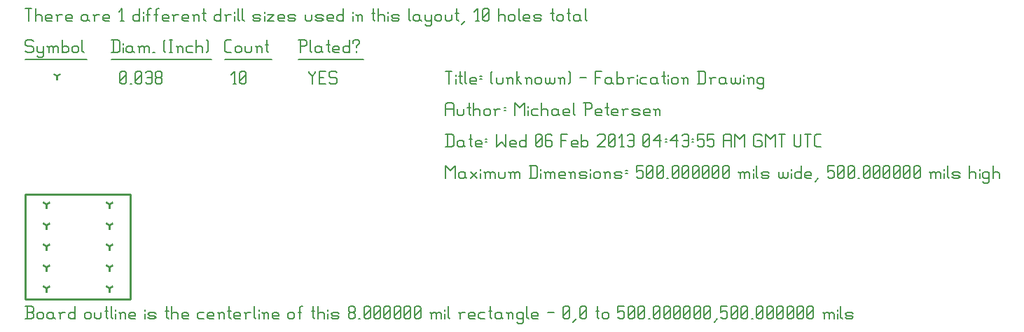
<source format=gbr>
G04 start of page 11 for group -3984 idx -3984 *
G04 Title: (unknown), fab *
G04 Creator: pcb 20110918 *
G04 CreationDate: Wed 06 Feb 2013 04:43:55 AM GMT UTC *
G04 For: petersen *
G04 Format: Gerber/RS-274X *
G04 PCB-Dimensions: 50000 50000 *
G04 PCB-Coordinate-Origin: lower left *
%MOIN*%
%FSLAX25Y25*%
%LNFAB*%
%ADD34C,0.0100*%
%ADD33C,0.0060*%
%ADD32C,0.0001*%
%ADD31R,0.0080X0.0080*%
G54D31*X10000Y35000D02*Y33400D01*
G54D32*G36*
X9454Y35147D02*X11533Y36346D01*
X11933Y35653D01*
X9853Y34454D01*
X9454Y35147D01*
G37*
G36*
X10147Y34454D02*X8067Y35653D01*
X8467Y36346D01*
X10546Y35147D01*
X10147Y34454D01*
G37*
G54D31*X10000Y25000D02*Y23400D01*
G54D32*G36*
X9454Y25147D02*X11533Y26346D01*
X11933Y25653D01*
X9853Y24454D01*
X9454Y25147D01*
G37*
G36*
X10147Y24454D02*X8067Y25653D01*
X8467Y26346D01*
X10546Y25147D01*
X10147Y24454D01*
G37*
G54D31*X10000Y15000D02*Y13400D01*
G54D32*G36*
X9454Y15147D02*X11533Y16346D01*
X11933Y15653D01*
X9853Y14454D01*
X9454Y15147D01*
G37*
G36*
X10147Y14454D02*X8067Y15653D01*
X8467Y16346D01*
X10546Y15147D01*
X10147Y14454D01*
G37*
G54D31*X10000Y5000D02*Y3400D01*
G54D32*G36*
X9454Y5147D02*X11533Y6346D01*
X11933Y5653D01*
X9853Y4454D01*
X9454Y5147D01*
G37*
G36*
X10147Y4454D02*X8067Y5653D01*
X8467Y6346D01*
X10546Y5147D01*
X10147Y4454D01*
G37*
G54D31*X10000Y45000D02*Y43400D01*
G54D32*G36*
X9454Y45147D02*X11533Y46346D01*
X11933Y45653D01*
X9853Y44454D01*
X9454Y45147D01*
G37*
G36*
X10147Y44454D02*X8067Y45653D01*
X8467Y46346D01*
X10546Y45147D01*
X10147Y44454D01*
G37*
G54D31*X40000Y45000D02*Y43400D01*
G54D32*G36*
X39454Y45147D02*X41533Y46346D01*
X41933Y45653D01*
X39853Y44454D01*
X39454Y45147D01*
G37*
G36*
X40147Y44454D02*X38067Y45653D01*
X38467Y46346D01*
X40546Y45147D01*
X40147Y44454D01*
G37*
G54D31*X40000Y35000D02*Y33400D01*
G54D32*G36*
X39454Y35147D02*X41533Y36346D01*
X41933Y35653D01*
X39853Y34454D01*
X39454Y35147D01*
G37*
G36*
X40147Y34454D02*X38067Y35653D01*
X38467Y36346D01*
X40546Y35147D01*
X40147Y34454D01*
G37*
G54D31*X40000Y25000D02*Y23400D01*
G54D32*G36*
X39454Y25147D02*X41533Y26346D01*
X41933Y25653D01*
X39853Y24454D01*
X39454Y25147D01*
G37*
G36*
X40147Y24454D02*X38067Y25653D01*
X38467Y26346D01*
X40546Y25147D01*
X40147Y24454D01*
G37*
G54D31*X40000Y15000D02*Y13400D01*
G54D32*G36*
X39454Y15147D02*X41533Y16346D01*
X41933Y15653D01*
X39853Y14454D01*
X39454Y15147D01*
G37*
G36*
X40147Y14454D02*X38067Y15653D01*
X38467Y16346D01*
X40546Y15147D01*
X40147Y14454D01*
G37*
G54D31*X40000Y5000D02*Y3400D01*
G54D32*G36*
X39454Y5147D02*X41533Y6346D01*
X41933Y5653D01*
X39853Y4454D01*
X39454Y5147D01*
G37*
G36*
X40147Y4454D02*X38067Y5653D01*
X38467Y6346D01*
X40546Y5147D01*
X40147Y4454D01*
G37*
G54D31*X15000Y106250D02*Y104650D01*
G54D32*G36*
X14454Y106397D02*X16533Y107596D01*
X16933Y106903D01*
X14853Y105704D01*
X14454Y106397D01*
G37*
G36*
X15147Y105704D02*X13067Y106903D01*
X13467Y107596D01*
X15546Y106397D01*
X15147Y105704D01*
G37*
G54D33*X135000Y108500D02*Y107750D01*
X136500Y106250D01*
X138000Y107750D01*
Y108500D02*Y107750D01*
X136500Y106250D02*Y102500D01*
X139800Y105500D02*X142050D01*
X139800Y102500D02*X142800D01*
X139800Y108500D02*Y102500D01*
Y108500D02*X142800D01*
X147600D02*X148350Y107750D01*
X145350Y108500D02*X147600D01*
X144600Y107750D02*X145350Y108500D01*
X144600Y107750D02*Y106250D01*
X145350Y105500D01*
X147600D01*
X148350Y104750D01*
Y103250D01*
X147600Y102500D02*X148350Y103250D01*
X145350Y102500D02*X147600D01*
X144600Y103250D02*X145350Y102500D01*
X98750D02*X100250D01*
X99500Y108500D02*Y102500D01*
X98000Y107000D02*X99500Y108500D01*
X102050Y103250D02*X102800Y102500D01*
X102050Y107750D02*Y103250D01*
Y107750D02*X102800Y108500D01*
X104300D01*
X105050Y107750D01*
Y103250D01*
X104300Y102500D02*X105050Y103250D01*
X102800Y102500D02*X104300D01*
X102050Y104000D02*X105050Y107000D01*
X45000Y103250D02*X45750Y102500D01*
X45000Y107750D02*Y103250D01*
Y107750D02*X45750Y108500D01*
X47250D01*
X48000Y107750D01*
Y103250D01*
X47250Y102500D02*X48000Y103250D01*
X45750Y102500D02*X47250D01*
X45000Y104000D02*X48000Y107000D01*
X49800Y102500D02*X50550D01*
X52350Y103250D02*X53100Y102500D01*
X52350Y107750D02*Y103250D01*
Y107750D02*X53100Y108500D01*
X54600D01*
X55350Y107750D01*
Y103250D01*
X54600Y102500D02*X55350Y103250D01*
X53100Y102500D02*X54600D01*
X52350Y104000D02*X55350Y107000D01*
X57150Y107750D02*X57900Y108500D01*
X59400D01*
X60150Y107750D01*
Y103250D01*
X59400Y102500D02*X60150Y103250D01*
X57900Y102500D02*X59400D01*
X57150Y103250D02*X57900Y102500D01*
Y105500D02*X60150D01*
X61950Y103250D02*X62700Y102500D01*
X61950Y104750D02*Y103250D01*
Y104750D02*X62700Y105500D01*
X64200D01*
X64950Y104750D01*
Y103250D01*
X64200Y102500D02*X64950Y103250D01*
X62700Y102500D02*X64200D01*
X61950Y106250D02*X62700Y105500D01*
X61950Y107750D02*Y106250D01*
Y107750D02*X62700Y108500D01*
X64200D01*
X64950Y107750D01*
Y106250D01*
X64200Y105500D02*X64950Y106250D01*
X3000Y123500D02*X3750Y122750D01*
X750Y123500D02*X3000D01*
X0Y122750D02*X750Y123500D01*
X0Y122750D02*Y121250D01*
X750Y120500D01*
X3000D01*
X3750Y119750D01*
Y118250D01*
X3000Y117500D02*X3750Y118250D01*
X750Y117500D02*X3000D01*
X0Y118250D02*X750Y117500D01*
X5550Y120500D02*Y118250D01*
X6300Y117500D01*
X8550Y120500D02*Y116000D01*
X7800Y115250D02*X8550Y116000D01*
X6300Y115250D02*X7800D01*
X5550Y116000D02*X6300Y115250D01*
Y117500D02*X7800D01*
X8550Y118250D01*
X11100Y119750D02*Y117500D01*
Y119750D02*X11850Y120500D01*
X12600D01*
X13350Y119750D01*
Y117500D01*
Y119750D02*X14100Y120500D01*
X14850D01*
X15600Y119750D01*
Y117500D01*
X10350Y120500D02*X11100Y119750D01*
X17400Y123500D02*Y117500D01*
Y118250D02*X18150Y117500D01*
X19650D01*
X20400Y118250D01*
Y119750D02*Y118250D01*
X19650Y120500D02*X20400Y119750D01*
X18150Y120500D02*X19650D01*
X17400Y119750D02*X18150Y120500D01*
X22200Y119750D02*Y118250D01*
Y119750D02*X22950Y120500D01*
X24450D01*
X25200Y119750D01*
Y118250D01*
X24450Y117500D02*X25200Y118250D01*
X22950Y117500D02*X24450D01*
X22200Y118250D02*X22950Y117500D01*
X27000Y123500D02*Y118250D01*
X27750Y117500D01*
X0Y114250D02*X29250D01*
X41750Y123500D02*Y117500D01*
X44000Y123500D02*X44750Y122750D01*
Y118250D01*
X44000Y117500D02*X44750Y118250D01*
X41000Y117500D02*X44000D01*
X41000Y123500D02*X44000D01*
X46550Y122000D02*Y121250D01*
Y119750D02*Y117500D01*
X50300Y120500D02*X51050Y119750D01*
X48800Y120500D02*X50300D01*
X48050Y119750D02*X48800Y120500D01*
X48050Y119750D02*Y118250D01*
X48800Y117500D01*
X51050Y120500D02*Y118250D01*
X51800Y117500D01*
X48800D02*X50300D01*
X51050Y118250D01*
X54350Y119750D02*Y117500D01*
Y119750D02*X55100Y120500D01*
X55850D01*
X56600Y119750D01*
Y117500D01*
Y119750D02*X57350Y120500D01*
X58100D01*
X58850Y119750D01*
Y117500D01*
X53600Y120500D02*X54350Y119750D01*
X60650Y117500D02*X61400D01*
X65900Y118250D02*X66650Y117500D01*
X65900Y122750D02*X66650Y123500D01*
X65900Y122750D02*Y118250D01*
X68450Y123500D02*X69950D01*
X69200D02*Y117500D01*
X68450D02*X69950D01*
X72500Y119750D02*Y117500D01*
Y119750D02*X73250Y120500D01*
X74000D01*
X74750Y119750D01*
Y117500D01*
X71750Y120500D02*X72500Y119750D01*
X77300Y120500D02*X79550D01*
X76550Y119750D02*X77300Y120500D01*
X76550Y119750D02*Y118250D01*
X77300Y117500D01*
X79550D01*
X81350Y123500D02*Y117500D01*
Y119750D02*X82100Y120500D01*
X83600D01*
X84350Y119750D01*
Y117500D01*
X86150Y123500D02*X86900Y122750D01*
Y118250D01*
X86150Y117500D02*X86900Y118250D01*
X41000Y114250D02*X88700D01*
X95750Y117500D02*X98000D01*
X95000Y118250D02*X95750Y117500D01*
X95000Y122750D02*Y118250D01*
Y122750D02*X95750Y123500D01*
X98000D01*
X99800Y119750D02*Y118250D01*
Y119750D02*X100550Y120500D01*
X102050D01*
X102800Y119750D01*
Y118250D01*
X102050Y117500D02*X102800Y118250D01*
X100550Y117500D02*X102050D01*
X99800Y118250D02*X100550Y117500D01*
X104600Y120500D02*Y118250D01*
X105350Y117500D01*
X106850D01*
X107600Y118250D01*
Y120500D02*Y118250D01*
X110150Y119750D02*Y117500D01*
Y119750D02*X110900Y120500D01*
X111650D01*
X112400Y119750D01*
Y117500D01*
X109400Y120500D02*X110150Y119750D01*
X114950Y123500D02*Y118250D01*
X115700Y117500D01*
X114200Y121250D02*X115700D01*
X95000Y114250D02*X117200D01*
X130750Y123500D02*Y117500D01*
X130000Y123500D02*X133000D01*
X133750Y122750D01*
Y121250D01*
X133000Y120500D02*X133750Y121250D01*
X130750Y120500D02*X133000D01*
X135550Y123500D02*Y118250D01*
X136300Y117500D01*
X140050Y120500D02*X140800Y119750D01*
X138550Y120500D02*X140050D01*
X137800Y119750D02*X138550Y120500D01*
X137800Y119750D02*Y118250D01*
X138550Y117500D01*
X140800Y120500D02*Y118250D01*
X141550Y117500D01*
X138550D02*X140050D01*
X140800Y118250D01*
X144100Y123500D02*Y118250D01*
X144850Y117500D01*
X143350Y121250D02*X144850D01*
X147100Y117500D02*X149350D01*
X146350Y118250D02*X147100Y117500D01*
X146350Y119750D02*Y118250D01*
Y119750D02*X147100Y120500D01*
X148600D01*
X149350Y119750D01*
X146350Y119000D02*X149350D01*
Y119750D02*Y119000D01*
X154150Y123500D02*Y117500D01*
X153400D02*X154150Y118250D01*
X151900Y117500D02*X153400D01*
X151150Y118250D02*X151900Y117500D01*
X151150Y119750D02*Y118250D01*
Y119750D02*X151900Y120500D01*
X153400D01*
X154150Y119750D01*
X157450Y120500D02*Y119750D01*
Y118250D02*Y117500D01*
X155950Y122750D02*Y122000D01*
Y122750D02*X156700Y123500D01*
X158200D01*
X158950Y122750D01*
Y122000D01*
X157450Y120500D02*X158950Y122000D01*
X130000Y114250D02*X160750D01*
X0Y138500D02*X3000D01*
X1500D02*Y132500D01*
X4800Y138500D02*Y132500D01*
Y134750D02*X5550Y135500D01*
X7050D01*
X7800Y134750D01*
Y132500D01*
X10350D02*X12600D01*
X9600Y133250D02*X10350Y132500D01*
X9600Y134750D02*Y133250D01*
Y134750D02*X10350Y135500D01*
X11850D01*
X12600Y134750D01*
X9600Y134000D02*X12600D01*
Y134750D02*Y134000D01*
X15150Y134750D02*Y132500D01*
Y134750D02*X15900Y135500D01*
X17400D01*
X14400D02*X15150Y134750D01*
X19950Y132500D02*X22200D01*
X19200Y133250D02*X19950Y132500D01*
X19200Y134750D02*Y133250D01*
Y134750D02*X19950Y135500D01*
X21450D01*
X22200Y134750D01*
X19200Y134000D02*X22200D01*
Y134750D02*Y134000D01*
X28950Y135500D02*X29700Y134750D01*
X27450Y135500D02*X28950D01*
X26700Y134750D02*X27450Y135500D01*
X26700Y134750D02*Y133250D01*
X27450Y132500D01*
X29700Y135500D02*Y133250D01*
X30450Y132500D01*
X27450D02*X28950D01*
X29700Y133250D01*
X33000Y134750D02*Y132500D01*
Y134750D02*X33750Y135500D01*
X35250D01*
X32250D02*X33000Y134750D01*
X37800Y132500D02*X40050D01*
X37050Y133250D02*X37800Y132500D01*
X37050Y134750D02*Y133250D01*
Y134750D02*X37800Y135500D01*
X39300D01*
X40050Y134750D01*
X37050Y134000D02*X40050D01*
Y134750D02*Y134000D01*
X45300Y132500D02*X46800D01*
X46050Y138500D02*Y132500D01*
X44550Y137000D02*X46050Y138500D01*
X54300D02*Y132500D01*
X53550D02*X54300Y133250D01*
X52050Y132500D02*X53550D01*
X51300Y133250D02*X52050Y132500D01*
X51300Y134750D02*Y133250D01*
Y134750D02*X52050Y135500D01*
X53550D01*
X54300Y134750D01*
X56100Y137000D02*Y136250D01*
Y134750D02*Y132500D01*
X58350Y137750D02*Y132500D01*
Y137750D02*X59100Y138500D01*
X59850D01*
X57600Y135500D02*X59100D01*
X62100Y137750D02*Y132500D01*
Y137750D02*X62850Y138500D01*
X63600D01*
X61350Y135500D02*X62850D01*
X65850Y132500D02*X68100D01*
X65100Y133250D02*X65850Y132500D01*
X65100Y134750D02*Y133250D01*
Y134750D02*X65850Y135500D01*
X67350D01*
X68100Y134750D01*
X65100Y134000D02*X68100D01*
Y134750D02*Y134000D01*
X70650Y134750D02*Y132500D01*
Y134750D02*X71400Y135500D01*
X72900D01*
X69900D02*X70650Y134750D01*
X75450Y132500D02*X77700D01*
X74700Y133250D02*X75450Y132500D01*
X74700Y134750D02*Y133250D01*
Y134750D02*X75450Y135500D01*
X76950D01*
X77700Y134750D01*
X74700Y134000D02*X77700D01*
Y134750D02*Y134000D01*
X80250Y134750D02*Y132500D01*
Y134750D02*X81000Y135500D01*
X81750D01*
X82500Y134750D01*
Y132500D01*
X79500Y135500D02*X80250Y134750D01*
X85050Y138500D02*Y133250D01*
X85800Y132500D01*
X84300Y136250D02*X85800D01*
X93000Y138500D02*Y132500D01*
X92250D02*X93000Y133250D01*
X90750Y132500D02*X92250D01*
X90000Y133250D02*X90750Y132500D01*
X90000Y134750D02*Y133250D01*
Y134750D02*X90750Y135500D01*
X92250D01*
X93000Y134750D01*
X95550D02*Y132500D01*
Y134750D02*X96300Y135500D01*
X97800D01*
X94800D02*X95550Y134750D01*
X99600Y137000D02*Y136250D01*
Y134750D02*Y132500D01*
X101100Y138500D02*Y133250D01*
X101850Y132500D01*
X103350Y138500D02*Y133250D01*
X104100Y132500D01*
X109050D02*X111300D01*
X112050Y133250D01*
X111300Y134000D02*X112050Y133250D01*
X109050Y134000D02*X111300D01*
X108300Y134750D02*X109050Y134000D01*
X108300Y134750D02*X109050Y135500D01*
X111300D01*
X112050Y134750D01*
X108300Y133250D02*X109050Y132500D01*
X113850Y137000D02*Y136250D01*
Y134750D02*Y132500D01*
X115350Y135500D02*X118350D01*
X115350Y132500D02*X118350Y135500D01*
X115350Y132500D02*X118350D01*
X120900D02*X123150D01*
X120150Y133250D02*X120900Y132500D01*
X120150Y134750D02*Y133250D01*
Y134750D02*X120900Y135500D01*
X122400D01*
X123150Y134750D01*
X120150Y134000D02*X123150D01*
Y134750D02*Y134000D01*
X125700Y132500D02*X127950D01*
X128700Y133250D01*
X127950Y134000D02*X128700Y133250D01*
X125700Y134000D02*X127950D01*
X124950Y134750D02*X125700Y134000D01*
X124950Y134750D02*X125700Y135500D01*
X127950D01*
X128700Y134750D01*
X124950Y133250D02*X125700Y132500D01*
X133200Y135500D02*Y133250D01*
X133950Y132500D01*
X135450D01*
X136200Y133250D01*
Y135500D02*Y133250D01*
X138750Y132500D02*X141000D01*
X141750Y133250D01*
X141000Y134000D02*X141750Y133250D01*
X138750Y134000D02*X141000D01*
X138000Y134750D02*X138750Y134000D01*
X138000Y134750D02*X138750Y135500D01*
X141000D01*
X141750Y134750D01*
X138000Y133250D02*X138750Y132500D01*
X144300D02*X146550D01*
X143550Y133250D02*X144300Y132500D01*
X143550Y134750D02*Y133250D01*
Y134750D02*X144300Y135500D01*
X145800D01*
X146550Y134750D01*
X143550Y134000D02*X146550D01*
Y134750D02*Y134000D01*
X151350Y138500D02*Y132500D01*
X150600D02*X151350Y133250D01*
X149100Y132500D02*X150600D01*
X148350Y133250D02*X149100Y132500D01*
X148350Y134750D02*Y133250D01*
Y134750D02*X149100Y135500D01*
X150600D01*
X151350Y134750D01*
X155850Y137000D02*Y136250D01*
Y134750D02*Y132500D01*
X158100Y134750D02*Y132500D01*
Y134750D02*X158850Y135500D01*
X159600D01*
X160350Y134750D01*
Y132500D01*
X157350Y135500D02*X158100Y134750D01*
X165600Y138500D02*Y133250D01*
X166350Y132500D01*
X164850Y136250D02*X166350D01*
X167850Y138500D02*Y132500D01*
Y134750D02*X168600Y135500D01*
X170100D01*
X170850Y134750D01*
Y132500D01*
X172650Y137000D02*Y136250D01*
Y134750D02*Y132500D01*
X174900D02*X177150D01*
X177900Y133250D01*
X177150Y134000D02*X177900Y133250D01*
X174900Y134000D02*X177150D01*
X174150Y134750D02*X174900Y134000D01*
X174150Y134750D02*X174900Y135500D01*
X177150D01*
X177900Y134750D01*
X174150Y133250D02*X174900Y132500D01*
X182400Y138500D02*Y133250D01*
X183150Y132500D01*
X186900Y135500D02*X187650Y134750D01*
X185400Y135500D02*X186900D01*
X184650Y134750D02*X185400Y135500D01*
X184650Y134750D02*Y133250D01*
X185400Y132500D01*
X187650Y135500D02*Y133250D01*
X188400Y132500D01*
X185400D02*X186900D01*
X187650Y133250D01*
X190200Y135500D02*Y133250D01*
X190950Y132500D01*
X193200Y135500D02*Y131000D01*
X192450Y130250D02*X193200Y131000D01*
X190950Y130250D02*X192450D01*
X190200Y131000D02*X190950Y130250D01*
Y132500D02*X192450D01*
X193200Y133250D01*
X195000Y134750D02*Y133250D01*
Y134750D02*X195750Y135500D01*
X197250D01*
X198000Y134750D01*
Y133250D01*
X197250Y132500D02*X198000Y133250D01*
X195750Y132500D02*X197250D01*
X195000Y133250D02*X195750Y132500D01*
X199800Y135500D02*Y133250D01*
X200550Y132500D01*
X202050D01*
X202800Y133250D01*
Y135500D02*Y133250D01*
X205350Y138500D02*Y133250D01*
X206100Y132500D01*
X204600Y136250D02*X206100D01*
X207600Y131000D02*X209100Y132500D01*
X214350D02*X215850D01*
X215100Y138500D02*Y132500D01*
X213600Y137000D02*X215100Y138500D01*
X217650Y133250D02*X218400Y132500D01*
X217650Y137750D02*Y133250D01*
Y137750D02*X218400Y138500D01*
X219900D01*
X220650Y137750D01*
Y133250D01*
X219900Y132500D02*X220650Y133250D01*
X218400Y132500D02*X219900D01*
X217650Y134000D02*X220650Y137000D01*
X225150Y138500D02*Y132500D01*
Y134750D02*X225900Y135500D01*
X227400D01*
X228150Y134750D01*
Y132500D01*
X229950Y134750D02*Y133250D01*
Y134750D02*X230700Y135500D01*
X232200D01*
X232950Y134750D01*
Y133250D01*
X232200Y132500D02*X232950Y133250D01*
X230700Y132500D02*X232200D01*
X229950Y133250D02*X230700Y132500D01*
X234750Y138500D02*Y133250D01*
X235500Y132500D01*
X237750D02*X240000D01*
X237000Y133250D02*X237750Y132500D01*
X237000Y134750D02*Y133250D01*
Y134750D02*X237750Y135500D01*
X239250D01*
X240000Y134750D01*
X237000Y134000D02*X240000D01*
Y134750D02*Y134000D01*
X242550Y132500D02*X244800D01*
X245550Y133250D01*
X244800Y134000D02*X245550Y133250D01*
X242550Y134000D02*X244800D01*
X241800Y134750D02*X242550Y134000D01*
X241800Y134750D02*X242550Y135500D01*
X244800D01*
X245550Y134750D01*
X241800Y133250D02*X242550Y132500D01*
X250800Y138500D02*Y133250D01*
X251550Y132500D01*
X250050Y136250D02*X251550D01*
X253050Y134750D02*Y133250D01*
Y134750D02*X253800Y135500D01*
X255300D01*
X256050Y134750D01*
Y133250D01*
X255300Y132500D02*X256050Y133250D01*
X253800Y132500D02*X255300D01*
X253050Y133250D02*X253800Y132500D01*
X258600Y138500D02*Y133250D01*
X259350Y132500D01*
X257850Y136250D02*X259350D01*
X263100Y135500D02*X263850Y134750D01*
X261600Y135500D02*X263100D01*
X260850Y134750D02*X261600Y135500D01*
X260850Y134750D02*Y133250D01*
X261600Y132500D01*
X263850Y135500D02*Y133250D01*
X264600Y132500D01*
X261600D02*X263100D01*
X263850Y133250D01*
X266400Y138500D02*Y133250D01*
X267150Y132500D01*
G54D34*X0Y50000D02*X50000D01*
X0D02*Y0D01*
X50000Y50000D02*Y0D01*
X0D02*X50000D01*
G54D33*X200000Y63500D02*Y57500D01*
Y63500D02*X202250Y61250D01*
X204500Y63500D01*
Y57500D01*
X208550Y60500D02*X209300Y59750D01*
X207050Y60500D02*X208550D01*
X206300Y59750D02*X207050Y60500D01*
X206300Y59750D02*Y58250D01*
X207050Y57500D01*
X209300Y60500D02*Y58250D01*
X210050Y57500D01*
X207050D02*X208550D01*
X209300Y58250D01*
X211850Y60500D02*X214850Y57500D01*
X211850D02*X214850Y60500D01*
X216650Y62000D02*Y61250D01*
Y59750D02*Y57500D01*
X218900Y59750D02*Y57500D01*
Y59750D02*X219650Y60500D01*
X220400D01*
X221150Y59750D01*
Y57500D01*
Y59750D02*X221900Y60500D01*
X222650D01*
X223400Y59750D01*
Y57500D01*
X218150Y60500D02*X218900Y59750D01*
X225200Y60500D02*Y58250D01*
X225950Y57500D01*
X227450D01*
X228200Y58250D01*
Y60500D02*Y58250D01*
X230750Y59750D02*Y57500D01*
Y59750D02*X231500Y60500D01*
X232250D01*
X233000Y59750D01*
Y57500D01*
Y59750D02*X233750Y60500D01*
X234500D01*
X235250Y59750D01*
Y57500D01*
X230000Y60500D02*X230750Y59750D01*
X240500Y63500D02*Y57500D01*
X242750Y63500D02*X243500Y62750D01*
Y58250D01*
X242750Y57500D02*X243500Y58250D01*
X239750Y57500D02*X242750D01*
X239750Y63500D02*X242750D01*
X245300Y62000D02*Y61250D01*
Y59750D02*Y57500D01*
X247550Y59750D02*Y57500D01*
Y59750D02*X248300Y60500D01*
X249050D01*
X249800Y59750D01*
Y57500D01*
Y59750D02*X250550Y60500D01*
X251300D01*
X252050Y59750D01*
Y57500D01*
X246800Y60500D02*X247550Y59750D01*
X254600Y57500D02*X256850D01*
X253850Y58250D02*X254600Y57500D01*
X253850Y59750D02*Y58250D01*
Y59750D02*X254600Y60500D01*
X256100D01*
X256850Y59750D01*
X253850Y59000D02*X256850D01*
Y59750D02*Y59000D01*
X259400Y59750D02*Y57500D01*
Y59750D02*X260150Y60500D01*
X260900D01*
X261650Y59750D01*
Y57500D01*
X258650Y60500D02*X259400Y59750D01*
X264200Y57500D02*X266450D01*
X267200Y58250D01*
X266450Y59000D02*X267200Y58250D01*
X264200Y59000D02*X266450D01*
X263450Y59750D02*X264200Y59000D01*
X263450Y59750D02*X264200Y60500D01*
X266450D01*
X267200Y59750D01*
X263450Y58250D02*X264200Y57500D01*
X269000Y62000D02*Y61250D01*
Y59750D02*Y57500D01*
X270500Y59750D02*Y58250D01*
Y59750D02*X271250Y60500D01*
X272750D01*
X273500Y59750D01*
Y58250D01*
X272750Y57500D02*X273500Y58250D01*
X271250Y57500D02*X272750D01*
X270500Y58250D02*X271250Y57500D01*
X276050Y59750D02*Y57500D01*
Y59750D02*X276800Y60500D01*
X277550D01*
X278300Y59750D01*
Y57500D01*
X275300Y60500D02*X276050Y59750D01*
X280850Y57500D02*X283100D01*
X283850Y58250D01*
X283100Y59000D02*X283850Y58250D01*
X280850Y59000D02*X283100D01*
X280100Y59750D02*X280850Y59000D01*
X280100Y59750D02*X280850Y60500D01*
X283100D01*
X283850Y59750D01*
X280100Y58250D02*X280850Y57500D01*
X285650Y61250D02*X286400D01*
X285650Y59750D02*X286400D01*
X290900Y63500D02*X293900D01*
X290900D02*Y60500D01*
X291650Y61250D01*
X293150D01*
X293900Y60500D01*
Y58250D01*
X293150Y57500D02*X293900Y58250D01*
X291650Y57500D02*X293150D01*
X290900Y58250D02*X291650Y57500D01*
X295700Y58250D02*X296450Y57500D01*
X295700Y62750D02*Y58250D01*
Y62750D02*X296450Y63500D01*
X297950D01*
X298700Y62750D01*
Y58250D01*
X297950Y57500D02*X298700Y58250D01*
X296450Y57500D02*X297950D01*
X295700Y59000D02*X298700Y62000D01*
X300500Y58250D02*X301250Y57500D01*
X300500Y62750D02*Y58250D01*
Y62750D02*X301250Y63500D01*
X302750D01*
X303500Y62750D01*
Y58250D01*
X302750Y57500D02*X303500Y58250D01*
X301250Y57500D02*X302750D01*
X300500Y59000D02*X303500Y62000D01*
X305300Y57500D02*X306050D01*
X307850Y58250D02*X308600Y57500D01*
X307850Y62750D02*Y58250D01*
Y62750D02*X308600Y63500D01*
X310100D01*
X310850Y62750D01*
Y58250D01*
X310100Y57500D02*X310850Y58250D01*
X308600Y57500D02*X310100D01*
X307850Y59000D02*X310850Y62000D01*
X312650Y58250D02*X313400Y57500D01*
X312650Y62750D02*Y58250D01*
Y62750D02*X313400Y63500D01*
X314900D01*
X315650Y62750D01*
Y58250D01*
X314900Y57500D02*X315650Y58250D01*
X313400Y57500D02*X314900D01*
X312650Y59000D02*X315650Y62000D01*
X317450Y58250D02*X318200Y57500D01*
X317450Y62750D02*Y58250D01*
Y62750D02*X318200Y63500D01*
X319700D01*
X320450Y62750D01*
Y58250D01*
X319700Y57500D02*X320450Y58250D01*
X318200Y57500D02*X319700D01*
X317450Y59000D02*X320450Y62000D01*
X322250Y58250D02*X323000Y57500D01*
X322250Y62750D02*Y58250D01*
Y62750D02*X323000Y63500D01*
X324500D01*
X325250Y62750D01*
Y58250D01*
X324500Y57500D02*X325250Y58250D01*
X323000Y57500D02*X324500D01*
X322250Y59000D02*X325250Y62000D01*
X327050Y58250D02*X327800Y57500D01*
X327050Y62750D02*Y58250D01*
Y62750D02*X327800Y63500D01*
X329300D01*
X330050Y62750D01*
Y58250D01*
X329300Y57500D02*X330050Y58250D01*
X327800Y57500D02*X329300D01*
X327050Y59000D02*X330050Y62000D01*
X331850Y58250D02*X332600Y57500D01*
X331850Y62750D02*Y58250D01*
Y62750D02*X332600Y63500D01*
X334100D01*
X334850Y62750D01*
Y58250D01*
X334100Y57500D02*X334850Y58250D01*
X332600Y57500D02*X334100D01*
X331850Y59000D02*X334850Y62000D01*
X340100Y59750D02*Y57500D01*
Y59750D02*X340850Y60500D01*
X341600D01*
X342350Y59750D01*
Y57500D01*
Y59750D02*X343100Y60500D01*
X343850D01*
X344600Y59750D01*
Y57500D01*
X339350Y60500D02*X340100Y59750D01*
X346400Y62000D02*Y61250D01*
Y59750D02*Y57500D01*
X347900Y63500D02*Y58250D01*
X348650Y57500D01*
X350900D02*X353150D01*
X353900Y58250D01*
X353150Y59000D02*X353900Y58250D01*
X350900Y59000D02*X353150D01*
X350150Y59750D02*X350900Y59000D01*
X350150Y59750D02*X350900Y60500D01*
X353150D01*
X353900Y59750D01*
X350150Y58250D02*X350900Y57500D01*
X358400Y60500D02*Y58250D01*
X359150Y57500D01*
X359900D01*
X360650Y58250D01*
Y60500D02*Y58250D01*
X361400Y57500D01*
X362150D01*
X362900Y58250D01*
Y60500D02*Y58250D01*
X364700Y62000D02*Y61250D01*
Y59750D02*Y57500D01*
X369200Y63500D02*Y57500D01*
X368450D02*X369200Y58250D01*
X366950Y57500D02*X368450D01*
X366200Y58250D02*X366950Y57500D01*
X366200Y59750D02*Y58250D01*
Y59750D02*X366950Y60500D01*
X368450D01*
X369200Y59750D01*
X371750Y57500D02*X374000D01*
X371000Y58250D02*X371750Y57500D01*
X371000Y59750D02*Y58250D01*
Y59750D02*X371750Y60500D01*
X373250D01*
X374000Y59750D01*
X371000Y59000D02*X374000D01*
Y59750D02*Y59000D01*
X375800Y56000D02*X377300Y57500D01*
X381800Y63500D02*X384800D01*
X381800D02*Y60500D01*
X382550Y61250D01*
X384050D01*
X384800Y60500D01*
Y58250D01*
X384050Y57500D02*X384800Y58250D01*
X382550Y57500D02*X384050D01*
X381800Y58250D02*X382550Y57500D01*
X386600Y58250D02*X387350Y57500D01*
X386600Y62750D02*Y58250D01*
Y62750D02*X387350Y63500D01*
X388850D01*
X389600Y62750D01*
Y58250D01*
X388850Y57500D02*X389600Y58250D01*
X387350Y57500D02*X388850D01*
X386600Y59000D02*X389600Y62000D01*
X391400Y58250D02*X392150Y57500D01*
X391400Y62750D02*Y58250D01*
Y62750D02*X392150Y63500D01*
X393650D01*
X394400Y62750D01*
Y58250D01*
X393650Y57500D02*X394400Y58250D01*
X392150Y57500D02*X393650D01*
X391400Y59000D02*X394400Y62000D01*
X396200Y57500D02*X396950D01*
X398750Y58250D02*X399500Y57500D01*
X398750Y62750D02*Y58250D01*
Y62750D02*X399500Y63500D01*
X401000D01*
X401750Y62750D01*
Y58250D01*
X401000Y57500D02*X401750Y58250D01*
X399500Y57500D02*X401000D01*
X398750Y59000D02*X401750Y62000D01*
X403550Y58250D02*X404300Y57500D01*
X403550Y62750D02*Y58250D01*
Y62750D02*X404300Y63500D01*
X405800D01*
X406550Y62750D01*
Y58250D01*
X405800Y57500D02*X406550Y58250D01*
X404300Y57500D02*X405800D01*
X403550Y59000D02*X406550Y62000D01*
X408350Y58250D02*X409100Y57500D01*
X408350Y62750D02*Y58250D01*
Y62750D02*X409100Y63500D01*
X410600D01*
X411350Y62750D01*
Y58250D01*
X410600Y57500D02*X411350Y58250D01*
X409100Y57500D02*X410600D01*
X408350Y59000D02*X411350Y62000D01*
X413150Y58250D02*X413900Y57500D01*
X413150Y62750D02*Y58250D01*
Y62750D02*X413900Y63500D01*
X415400D01*
X416150Y62750D01*
Y58250D01*
X415400Y57500D02*X416150Y58250D01*
X413900Y57500D02*X415400D01*
X413150Y59000D02*X416150Y62000D01*
X417950Y58250D02*X418700Y57500D01*
X417950Y62750D02*Y58250D01*
Y62750D02*X418700Y63500D01*
X420200D01*
X420950Y62750D01*
Y58250D01*
X420200Y57500D02*X420950Y58250D01*
X418700Y57500D02*X420200D01*
X417950Y59000D02*X420950Y62000D01*
X422750Y58250D02*X423500Y57500D01*
X422750Y62750D02*Y58250D01*
Y62750D02*X423500Y63500D01*
X425000D01*
X425750Y62750D01*
Y58250D01*
X425000Y57500D02*X425750Y58250D01*
X423500Y57500D02*X425000D01*
X422750Y59000D02*X425750Y62000D01*
X431000Y59750D02*Y57500D01*
Y59750D02*X431750Y60500D01*
X432500D01*
X433250Y59750D01*
Y57500D01*
Y59750D02*X434000Y60500D01*
X434750D01*
X435500Y59750D01*
Y57500D01*
X430250Y60500D02*X431000Y59750D01*
X437300Y62000D02*Y61250D01*
Y59750D02*Y57500D01*
X438800Y63500D02*Y58250D01*
X439550Y57500D01*
X441800D02*X444050D01*
X444800Y58250D01*
X444050Y59000D02*X444800Y58250D01*
X441800Y59000D02*X444050D01*
X441050Y59750D02*X441800Y59000D01*
X441050Y59750D02*X441800Y60500D01*
X444050D01*
X444800Y59750D01*
X441050Y58250D02*X441800Y57500D01*
X449300Y63500D02*Y57500D01*
Y59750D02*X450050Y60500D01*
X451550D01*
X452300Y59750D01*
Y57500D01*
X454100Y62000D02*Y61250D01*
Y59750D02*Y57500D01*
X457850Y60500D02*X458600Y59750D01*
X456350Y60500D02*X457850D01*
X455600Y59750D02*X456350Y60500D01*
X455600Y59750D02*Y58250D01*
X456350Y57500D01*
X457850D01*
X458600Y58250D01*
X455600Y56000D02*X456350Y55250D01*
X457850D01*
X458600Y56000D01*
Y60500D02*Y56000D01*
X460400Y63500D02*Y57500D01*
Y59750D02*X461150Y60500D01*
X462650D01*
X463400Y59750D01*
Y57500D01*
X0Y-9500D02*X3000D01*
X3750Y-8750D01*
Y-7250D02*Y-8750D01*
X3000Y-6500D02*X3750Y-7250D01*
X750Y-6500D02*X3000D01*
X750Y-3500D02*Y-9500D01*
X0Y-3500D02*X3000D01*
X3750Y-4250D01*
Y-5750D01*
X3000Y-6500D02*X3750Y-5750D01*
X5550Y-7250D02*Y-8750D01*
Y-7250D02*X6300Y-6500D01*
X7800D01*
X8550Y-7250D01*
Y-8750D01*
X7800Y-9500D02*X8550Y-8750D01*
X6300Y-9500D02*X7800D01*
X5550Y-8750D02*X6300Y-9500D01*
X12600Y-6500D02*X13350Y-7250D01*
X11100Y-6500D02*X12600D01*
X10350Y-7250D02*X11100Y-6500D01*
X10350Y-7250D02*Y-8750D01*
X11100Y-9500D01*
X13350Y-6500D02*Y-8750D01*
X14100Y-9500D01*
X11100D02*X12600D01*
X13350Y-8750D01*
X16650Y-7250D02*Y-9500D01*
Y-7250D02*X17400Y-6500D01*
X18900D01*
X15900D02*X16650Y-7250D01*
X23700Y-3500D02*Y-9500D01*
X22950D02*X23700Y-8750D01*
X21450Y-9500D02*X22950D01*
X20700Y-8750D02*X21450Y-9500D01*
X20700Y-7250D02*Y-8750D01*
Y-7250D02*X21450Y-6500D01*
X22950D01*
X23700Y-7250D01*
X28200D02*Y-8750D01*
Y-7250D02*X28950Y-6500D01*
X30450D01*
X31200Y-7250D01*
Y-8750D01*
X30450Y-9500D02*X31200Y-8750D01*
X28950Y-9500D02*X30450D01*
X28200Y-8750D02*X28950Y-9500D01*
X33000Y-6500D02*Y-8750D01*
X33750Y-9500D01*
X35250D01*
X36000Y-8750D01*
Y-6500D02*Y-8750D01*
X38550Y-3500D02*Y-8750D01*
X39300Y-9500D01*
X37800Y-5750D02*X39300D01*
X40800Y-3500D02*Y-8750D01*
X41550Y-9500D01*
X43050Y-5000D02*Y-5750D01*
Y-7250D02*Y-9500D01*
X45300Y-7250D02*Y-9500D01*
Y-7250D02*X46050Y-6500D01*
X46800D01*
X47550Y-7250D01*
Y-9500D01*
X44550Y-6500D02*X45300Y-7250D01*
X50100Y-9500D02*X52350D01*
X49350Y-8750D02*X50100Y-9500D01*
X49350Y-7250D02*Y-8750D01*
Y-7250D02*X50100Y-6500D01*
X51600D01*
X52350Y-7250D01*
X49350Y-8000D02*X52350D01*
Y-7250D02*Y-8000D01*
X56850Y-5000D02*Y-5750D01*
Y-7250D02*Y-9500D01*
X59100D02*X61350D01*
X62100Y-8750D01*
X61350Y-8000D02*X62100Y-8750D01*
X59100Y-8000D02*X61350D01*
X58350Y-7250D02*X59100Y-8000D01*
X58350Y-7250D02*X59100Y-6500D01*
X61350D01*
X62100Y-7250D01*
X58350Y-8750D02*X59100Y-9500D01*
X67350Y-3500D02*Y-8750D01*
X68100Y-9500D01*
X66600Y-5750D02*X68100D01*
X69600Y-3500D02*Y-9500D01*
Y-7250D02*X70350Y-6500D01*
X71850D01*
X72600Y-7250D01*
Y-9500D01*
X75150D02*X77400D01*
X74400Y-8750D02*X75150Y-9500D01*
X74400Y-7250D02*Y-8750D01*
Y-7250D02*X75150Y-6500D01*
X76650D01*
X77400Y-7250D01*
X74400Y-8000D02*X77400D01*
Y-7250D02*Y-8000D01*
X82650Y-6500D02*X84900D01*
X81900Y-7250D02*X82650Y-6500D01*
X81900Y-7250D02*Y-8750D01*
X82650Y-9500D01*
X84900D01*
X87450D02*X89700D01*
X86700Y-8750D02*X87450Y-9500D01*
X86700Y-7250D02*Y-8750D01*
Y-7250D02*X87450Y-6500D01*
X88950D01*
X89700Y-7250D01*
X86700Y-8000D02*X89700D01*
Y-7250D02*Y-8000D01*
X92250Y-7250D02*Y-9500D01*
Y-7250D02*X93000Y-6500D01*
X93750D01*
X94500Y-7250D01*
Y-9500D01*
X91500Y-6500D02*X92250Y-7250D01*
X97050Y-3500D02*Y-8750D01*
X97800Y-9500D01*
X96300Y-5750D02*X97800D01*
X100050Y-9500D02*X102300D01*
X99300Y-8750D02*X100050Y-9500D01*
X99300Y-7250D02*Y-8750D01*
Y-7250D02*X100050Y-6500D01*
X101550D01*
X102300Y-7250D01*
X99300Y-8000D02*X102300D01*
Y-7250D02*Y-8000D01*
X104850Y-7250D02*Y-9500D01*
Y-7250D02*X105600Y-6500D01*
X107100D01*
X104100D02*X104850Y-7250D01*
X108900Y-3500D02*Y-8750D01*
X109650Y-9500D01*
X111150Y-5000D02*Y-5750D01*
Y-7250D02*Y-9500D01*
X113400Y-7250D02*Y-9500D01*
Y-7250D02*X114150Y-6500D01*
X114900D01*
X115650Y-7250D01*
Y-9500D01*
X112650Y-6500D02*X113400Y-7250D01*
X118200Y-9500D02*X120450D01*
X117450Y-8750D02*X118200Y-9500D01*
X117450Y-7250D02*Y-8750D01*
Y-7250D02*X118200Y-6500D01*
X119700D01*
X120450Y-7250D01*
X117450Y-8000D02*X120450D01*
Y-7250D02*Y-8000D01*
X124950Y-7250D02*Y-8750D01*
Y-7250D02*X125700Y-6500D01*
X127200D01*
X127950Y-7250D01*
Y-8750D01*
X127200Y-9500D02*X127950Y-8750D01*
X125700Y-9500D02*X127200D01*
X124950Y-8750D02*X125700Y-9500D01*
X130500Y-4250D02*Y-9500D01*
Y-4250D02*X131250Y-3500D01*
X132000D01*
X129750Y-6500D02*X131250D01*
X136950Y-3500D02*Y-8750D01*
X137700Y-9500D01*
X136200Y-5750D02*X137700D01*
X139200Y-3500D02*Y-9500D01*
Y-7250D02*X139950Y-6500D01*
X141450D01*
X142200Y-7250D01*
Y-9500D01*
X144000Y-5000D02*Y-5750D01*
Y-7250D02*Y-9500D01*
X146250D02*X148500D01*
X149250Y-8750D01*
X148500Y-8000D02*X149250Y-8750D01*
X146250Y-8000D02*X148500D01*
X145500Y-7250D02*X146250Y-8000D01*
X145500Y-7250D02*X146250Y-6500D01*
X148500D01*
X149250Y-7250D01*
X145500Y-8750D02*X146250Y-9500D01*
X153750Y-8750D02*X154500Y-9500D01*
X153750Y-7250D02*Y-8750D01*
Y-7250D02*X154500Y-6500D01*
X156000D01*
X156750Y-7250D01*
Y-8750D01*
X156000Y-9500D02*X156750Y-8750D01*
X154500Y-9500D02*X156000D01*
X153750Y-5750D02*X154500Y-6500D01*
X153750Y-4250D02*Y-5750D01*
Y-4250D02*X154500Y-3500D01*
X156000D01*
X156750Y-4250D01*
Y-5750D01*
X156000Y-6500D02*X156750Y-5750D01*
X158550Y-9500D02*X159300D01*
X161100Y-8750D02*X161850Y-9500D01*
X161100Y-4250D02*Y-8750D01*
Y-4250D02*X161850Y-3500D01*
X163350D01*
X164100Y-4250D01*
Y-8750D01*
X163350Y-9500D02*X164100Y-8750D01*
X161850Y-9500D02*X163350D01*
X161100Y-8000D02*X164100Y-5000D01*
X165900Y-8750D02*X166650Y-9500D01*
X165900Y-4250D02*Y-8750D01*
Y-4250D02*X166650Y-3500D01*
X168150D01*
X168900Y-4250D01*
Y-8750D01*
X168150Y-9500D02*X168900Y-8750D01*
X166650Y-9500D02*X168150D01*
X165900Y-8000D02*X168900Y-5000D01*
X170700Y-8750D02*X171450Y-9500D01*
X170700Y-4250D02*Y-8750D01*
Y-4250D02*X171450Y-3500D01*
X172950D01*
X173700Y-4250D01*
Y-8750D01*
X172950Y-9500D02*X173700Y-8750D01*
X171450Y-9500D02*X172950D01*
X170700Y-8000D02*X173700Y-5000D01*
X175500Y-8750D02*X176250Y-9500D01*
X175500Y-4250D02*Y-8750D01*
Y-4250D02*X176250Y-3500D01*
X177750D01*
X178500Y-4250D01*
Y-8750D01*
X177750Y-9500D02*X178500Y-8750D01*
X176250Y-9500D02*X177750D01*
X175500Y-8000D02*X178500Y-5000D01*
X180300Y-8750D02*X181050Y-9500D01*
X180300Y-4250D02*Y-8750D01*
Y-4250D02*X181050Y-3500D01*
X182550D01*
X183300Y-4250D01*
Y-8750D01*
X182550Y-9500D02*X183300Y-8750D01*
X181050Y-9500D02*X182550D01*
X180300Y-8000D02*X183300Y-5000D01*
X185100Y-8750D02*X185850Y-9500D01*
X185100Y-4250D02*Y-8750D01*
Y-4250D02*X185850Y-3500D01*
X187350D01*
X188100Y-4250D01*
Y-8750D01*
X187350Y-9500D02*X188100Y-8750D01*
X185850Y-9500D02*X187350D01*
X185100Y-8000D02*X188100Y-5000D01*
X193350Y-7250D02*Y-9500D01*
Y-7250D02*X194100Y-6500D01*
X194850D01*
X195600Y-7250D01*
Y-9500D01*
Y-7250D02*X196350Y-6500D01*
X197100D01*
X197850Y-7250D01*
Y-9500D01*
X192600Y-6500D02*X193350Y-7250D01*
X199650Y-5000D02*Y-5750D01*
Y-7250D02*Y-9500D01*
X201150Y-3500D02*Y-8750D01*
X201900Y-9500D01*
X206850Y-7250D02*Y-9500D01*
Y-7250D02*X207600Y-6500D01*
X209100D01*
X206100D02*X206850Y-7250D01*
X211650Y-9500D02*X213900D01*
X210900Y-8750D02*X211650Y-9500D01*
X210900Y-7250D02*Y-8750D01*
Y-7250D02*X211650Y-6500D01*
X213150D01*
X213900Y-7250D01*
X210900Y-8000D02*X213900D01*
Y-7250D02*Y-8000D01*
X216450Y-6500D02*X218700D01*
X215700Y-7250D02*X216450Y-6500D01*
X215700Y-7250D02*Y-8750D01*
X216450Y-9500D01*
X218700D01*
X221250Y-3500D02*Y-8750D01*
X222000Y-9500D01*
X220500Y-5750D02*X222000D01*
X225750Y-6500D02*X226500Y-7250D01*
X224250Y-6500D02*X225750D01*
X223500Y-7250D02*X224250Y-6500D01*
X223500Y-7250D02*Y-8750D01*
X224250Y-9500D01*
X226500Y-6500D02*Y-8750D01*
X227250Y-9500D01*
X224250D02*X225750D01*
X226500Y-8750D01*
X229800Y-7250D02*Y-9500D01*
Y-7250D02*X230550Y-6500D01*
X231300D01*
X232050Y-7250D01*
Y-9500D01*
X229050Y-6500D02*X229800Y-7250D01*
X236100Y-6500D02*X236850Y-7250D01*
X234600Y-6500D02*X236100D01*
X233850Y-7250D02*X234600Y-6500D01*
X233850Y-7250D02*Y-8750D01*
X234600Y-9500D01*
X236100D01*
X236850Y-8750D01*
X233850Y-11000D02*X234600Y-11750D01*
X236100D01*
X236850Y-11000D01*
Y-6500D02*Y-11000D01*
X238650Y-3500D02*Y-8750D01*
X239400Y-9500D01*
X241650D02*X243900D01*
X240900Y-8750D02*X241650Y-9500D01*
X240900Y-7250D02*Y-8750D01*
Y-7250D02*X241650Y-6500D01*
X243150D01*
X243900Y-7250D01*
X240900Y-8000D02*X243900D01*
Y-7250D02*Y-8000D01*
X248400Y-6500D02*X251400D01*
X255900Y-8750D02*X256650Y-9500D01*
X255900Y-4250D02*Y-8750D01*
Y-4250D02*X256650Y-3500D01*
X258150D01*
X258900Y-4250D01*
Y-8750D01*
X258150Y-9500D02*X258900Y-8750D01*
X256650Y-9500D02*X258150D01*
X255900Y-8000D02*X258900Y-5000D01*
X260700Y-11000D02*X262200Y-9500D01*
X264000Y-8750D02*X264750Y-9500D01*
X264000Y-4250D02*Y-8750D01*
Y-4250D02*X264750Y-3500D01*
X266250D01*
X267000Y-4250D01*
Y-8750D01*
X266250Y-9500D02*X267000Y-8750D01*
X264750Y-9500D02*X266250D01*
X264000Y-8000D02*X267000Y-5000D01*
X272250Y-3500D02*Y-8750D01*
X273000Y-9500D01*
X271500Y-5750D02*X273000D01*
X274500Y-7250D02*Y-8750D01*
Y-7250D02*X275250Y-6500D01*
X276750D01*
X277500Y-7250D01*
Y-8750D01*
X276750Y-9500D02*X277500Y-8750D01*
X275250Y-9500D02*X276750D01*
X274500Y-8750D02*X275250Y-9500D01*
X282000Y-3500D02*X285000D01*
X282000D02*Y-6500D01*
X282750Y-5750D01*
X284250D01*
X285000Y-6500D01*
Y-8750D01*
X284250Y-9500D02*X285000Y-8750D01*
X282750Y-9500D02*X284250D01*
X282000Y-8750D02*X282750Y-9500D01*
X286800Y-8750D02*X287550Y-9500D01*
X286800Y-4250D02*Y-8750D01*
Y-4250D02*X287550Y-3500D01*
X289050D01*
X289800Y-4250D01*
Y-8750D01*
X289050Y-9500D02*X289800Y-8750D01*
X287550Y-9500D02*X289050D01*
X286800Y-8000D02*X289800Y-5000D01*
X291600Y-8750D02*X292350Y-9500D01*
X291600Y-4250D02*Y-8750D01*
Y-4250D02*X292350Y-3500D01*
X293850D01*
X294600Y-4250D01*
Y-8750D01*
X293850Y-9500D02*X294600Y-8750D01*
X292350Y-9500D02*X293850D01*
X291600Y-8000D02*X294600Y-5000D01*
X296400Y-9500D02*X297150D01*
X298950Y-8750D02*X299700Y-9500D01*
X298950Y-4250D02*Y-8750D01*
Y-4250D02*X299700Y-3500D01*
X301200D01*
X301950Y-4250D01*
Y-8750D01*
X301200Y-9500D02*X301950Y-8750D01*
X299700Y-9500D02*X301200D01*
X298950Y-8000D02*X301950Y-5000D01*
X303750Y-8750D02*X304500Y-9500D01*
X303750Y-4250D02*Y-8750D01*
Y-4250D02*X304500Y-3500D01*
X306000D01*
X306750Y-4250D01*
Y-8750D01*
X306000Y-9500D02*X306750Y-8750D01*
X304500Y-9500D02*X306000D01*
X303750Y-8000D02*X306750Y-5000D01*
X308550Y-8750D02*X309300Y-9500D01*
X308550Y-4250D02*Y-8750D01*
Y-4250D02*X309300Y-3500D01*
X310800D01*
X311550Y-4250D01*
Y-8750D01*
X310800Y-9500D02*X311550Y-8750D01*
X309300Y-9500D02*X310800D01*
X308550Y-8000D02*X311550Y-5000D01*
X313350Y-8750D02*X314100Y-9500D01*
X313350Y-4250D02*Y-8750D01*
Y-4250D02*X314100Y-3500D01*
X315600D01*
X316350Y-4250D01*
Y-8750D01*
X315600Y-9500D02*X316350Y-8750D01*
X314100Y-9500D02*X315600D01*
X313350Y-8000D02*X316350Y-5000D01*
X318150Y-8750D02*X318900Y-9500D01*
X318150Y-4250D02*Y-8750D01*
Y-4250D02*X318900Y-3500D01*
X320400D01*
X321150Y-4250D01*
Y-8750D01*
X320400Y-9500D02*X321150Y-8750D01*
X318900Y-9500D02*X320400D01*
X318150Y-8000D02*X321150Y-5000D01*
X322950Y-8750D02*X323700Y-9500D01*
X322950Y-4250D02*Y-8750D01*
Y-4250D02*X323700Y-3500D01*
X325200D01*
X325950Y-4250D01*
Y-8750D01*
X325200Y-9500D02*X325950Y-8750D01*
X323700Y-9500D02*X325200D01*
X322950Y-8000D02*X325950Y-5000D01*
X327750Y-11000D02*X329250Y-9500D01*
X331050Y-3500D02*X334050D01*
X331050D02*Y-6500D01*
X331800Y-5750D01*
X333300D01*
X334050Y-6500D01*
Y-8750D01*
X333300Y-9500D02*X334050Y-8750D01*
X331800Y-9500D02*X333300D01*
X331050Y-8750D02*X331800Y-9500D01*
X335850Y-8750D02*X336600Y-9500D01*
X335850Y-4250D02*Y-8750D01*
Y-4250D02*X336600Y-3500D01*
X338100D01*
X338850Y-4250D01*
Y-8750D01*
X338100Y-9500D02*X338850Y-8750D01*
X336600Y-9500D02*X338100D01*
X335850Y-8000D02*X338850Y-5000D01*
X340650Y-8750D02*X341400Y-9500D01*
X340650Y-4250D02*Y-8750D01*
Y-4250D02*X341400Y-3500D01*
X342900D01*
X343650Y-4250D01*
Y-8750D01*
X342900Y-9500D02*X343650Y-8750D01*
X341400Y-9500D02*X342900D01*
X340650Y-8000D02*X343650Y-5000D01*
X345450Y-9500D02*X346200D01*
X348000Y-8750D02*X348750Y-9500D01*
X348000Y-4250D02*Y-8750D01*
Y-4250D02*X348750Y-3500D01*
X350250D01*
X351000Y-4250D01*
Y-8750D01*
X350250Y-9500D02*X351000Y-8750D01*
X348750Y-9500D02*X350250D01*
X348000Y-8000D02*X351000Y-5000D01*
X352800Y-8750D02*X353550Y-9500D01*
X352800Y-4250D02*Y-8750D01*
Y-4250D02*X353550Y-3500D01*
X355050D01*
X355800Y-4250D01*
Y-8750D01*
X355050Y-9500D02*X355800Y-8750D01*
X353550Y-9500D02*X355050D01*
X352800Y-8000D02*X355800Y-5000D01*
X357600Y-8750D02*X358350Y-9500D01*
X357600Y-4250D02*Y-8750D01*
Y-4250D02*X358350Y-3500D01*
X359850D01*
X360600Y-4250D01*
Y-8750D01*
X359850Y-9500D02*X360600Y-8750D01*
X358350Y-9500D02*X359850D01*
X357600Y-8000D02*X360600Y-5000D01*
X362400Y-8750D02*X363150Y-9500D01*
X362400Y-4250D02*Y-8750D01*
Y-4250D02*X363150Y-3500D01*
X364650D01*
X365400Y-4250D01*
Y-8750D01*
X364650Y-9500D02*X365400Y-8750D01*
X363150Y-9500D02*X364650D01*
X362400Y-8000D02*X365400Y-5000D01*
X367200Y-8750D02*X367950Y-9500D01*
X367200Y-4250D02*Y-8750D01*
Y-4250D02*X367950Y-3500D01*
X369450D01*
X370200Y-4250D01*
Y-8750D01*
X369450Y-9500D02*X370200Y-8750D01*
X367950Y-9500D02*X369450D01*
X367200Y-8000D02*X370200Y-5000D01*
X372000Y-8750D02*X372750Y-9500D01*
X372000Y-4250D02*Y-8750D01*
Y-4250D02*X372750Y-3500D01*
X374250D01*
X375000Y-4250D01*
Y-8750D01*
X374250Y-9500D02*X375000Y-8750D01*
X372750Y-9500D02*X374250D01*
X372000Y-8000D02*X375000Y-5000D01*
X380250Y-7250D02*Y-9500D01*
Y-7250D02*X381000Y-6500D01*
X381750D01*
X382500Y-7250D01*
Y-9500D01*
Y-7250D02*X383250Y-6500D01*
X384000D01*
X384750Y-7250D01*
Y-9500D01*
X379500Y-6500D02*X380250Y-7250D01*
X386550Y-5000D02*Y-5750D01*
Y-7250D02*Y-9500D01*
X388050Y-3500D02*Y-8750D01*
X388800Y-9500D01*
X391050D02*X393300D01*
X394050Y-8750D01*
X393300Y-8000D02*X394050Y-8750D01*
X391050Y-8000D02*X393300D01*
X390300Y-7250D02*X391050Y-8000D01*
X390300Y-7250D02*X391050Y-6500D01*
X393300D01*
X394050Y-7250D01*
X390300Y-8750D02*X391050Y-9500D01*
X200750Y78500D02*Y72500D01*
X203000Y78500D02*X203750Y77750D01*
Y73250D01*
X203000Y72500D02*X203750Y73250D01*
X200000Y72500D02*X203000D01*
X200000Y78500D02*X203000D01*
X207800Y75500D02*X208550Y74750D01*
X206300Y75500D02*X207800D01*
X205550Y74750D02*X206300Y75500D01*
X205550Y74750D02*Y73250D01*
X206300Y72500D01*
X208550Y75500D02*Y73250D01*
X209300Y72500D01*
X206300D02*X207800D01*
X208550Y73250D01*
X211850Y78500D02*Y73250D01*
X212600Y72500D01*
X211100Y76250D02*X212600D01*
X214850Y72500D02*X217100D01*
X214100Y73250D02*X214850Y72500D01*
X214100Y74750D02*Y73250D01*
Y74750D02*X214850Y75500D01*
X216350D01*
X217100Y74750D01*
X214100Y74000D02*X217100D01*
Y74750D02*Y74000D01*
X218900Y76250D02*X219650D01*
X218900Y74750D02*X219650D01*
X224150Y78500D02*Y72500D01*
X226400Y74750D01*
X228650Y72500D01*
Y78500D02*Y72500D01*
X231200D02*X233450D01*
X230450Y73250D02*X231200Y72500D01*
X230450Y74750D02*Y73250D01*
Y74750D02*X231200Y75500D01*
X232700D01*
X233450Y74750D01*
X230450Y74000D02*X233450D01*
Y74750D02*Y74000D01*
X238250Y78500D02*Y72500D01*
X237500D02*X238250Y73250D01*
X236000Y72500D02*X237500D01*
X235250Y73250D02*X236000Y72500D01*
X235250Y74750D02*Y73250D01*
Y74750D02*X236000Y75500D01*
X237500D01*
X238250Y74750D01*
X242750Y73250D02*X243500Y72500D01*
X242750Y77750D02*Y73250D01*
Y77750D02*X243500Y78500D01*
X245000D01*
X245750Y77750D01*
Y73250D01*
X245000Y72500D02*X245750Y73250D01*
X243500Y72500D02*X245000D01*
X242750Y74000D02*X245750Y77000D01*
X249800Y78500D02*X250550Y77750D01*
X248300Y78500D02*X249800D01*
X247550Y77750D02*X248300Y78500D01*
X247550Y77750D02*Y73250D01*
X248300Y72500D01*
X249800Y75500D02*X250550Y74750D01*
X247550Y75500D02*X249800D01*
X248300Y72500D02*X249800D01*
X250550Y73250D01*
Y74750D02*Y73250D01*
X255050Y78500D02*Y72500D01*
Y78500D02*X258050D01*
X255050Y75500D02*X257300D01*
X260600Y72500D02*X262850D01*
X259850Y73250D02*X260600Y72500D01*
X259850Y74750D02*Y73250D01*
Y74750D02*X260600Y75500D01*
X262100D01*
X262850Y74750D01*
X259850Y74000D02*X262850D01*
Y74750D02*Y74000D01*
X264650Y78500D02*Y72500D01*
Y73250D02*X265400Y72500D01*
X266900D01*
X267650Y73250D01*
Y74750D02*Y73250D01*
X266900Y75500D02*X267650Y74750D01*
X265400Y75500D02*X266900D01*
X264650Y74750D02*X265400Y75500D01*
X272150Y77750D02*X272900Y78500D01*
X275150D01*
X275900Y77750D01*
Y76250D01*
X272150Y72500D02*X275900Y76250D01*
X272150Y72500D02*X275900D01*
X277700Y73250D02*X278450Y72500D01*
X277700Y77750D02*Y73250D01*
Y77750D02*X278450Y78500D01*
X279950D01*
X280700Y77750D01*
Y73250D01*
X279950Y72500D02*X280700Y73250D01*
X278450Y72500D02*X279950D01*
X277700Y74000D02*X280700Y77000D01*
X283250Y72500D02*X284750D01*
X284000Y78500D02*Y72500D01*
X282500Y77000D02*X284000Y78500D01*
X286550Y77750D02*X287300Y78500D01*
X288800D01*
X289550Y77750D01*
Y73250D01*
X288800Y72500D02*X289550Y73250D01*
X287300Y72500D02*X288800D01*
X286550Y73250D02*X287300Y72500D01*
Y75500D02*X289550D01*
X294050Y73250D02*X294800Y72500D01*
X294050Y77750D02*Y73250D01*
Y77750D02*X294800Y78500D01*
X296300D01*
X297050Y77750D01*
Y73250D01*
X296300Y72500D02*X297050Y73250D01*
X294800Y72500D02*X296300D01*
X294050Y74000D02*X297050Y77000D01*
X298850Y75500D02*X301850Y78500D01*
X298850Y75500D02*X302600D01*
X301850Y78500D02*Y72500D01*
X304400Y76250D02*X305150D01*
X304400Y74750D02*X305150D01*
X306950Y75500D02*X309950Y78500D01*
X306950Y75500D02*X310700D01*
X309950Y78500D02*Y72500D01*
X312500Y77750D02*X313250Y78500D01*
X314750D01*
X315500Y77750D01*
Y73250D01*
X314750Y72500D02*X315500Y73250D01*
X313250Y72500D02*X314750D01*
X312500Y73250D02*X313250Y72500D01*
Y75500D02*X315500D01*
X317300Y76250D02*X318050D01*
X317300Y74750D02*X318050D01*
X319850Y78500D02*X322850D01*
X319850D02*Y75500D01*
X320600Y76250D01*
X322100D01*
X322850Y75500D01*
Y73250D01*
X322100Y72500D02*X322850Y73250D01*
X320600Y72500D02*X322100D01*
X319850Y73250D02*X320600Y72500D01*
X324650Y78500D02*X327650D01*
X324650D02*Y75500D01*
X325400Y76250D01*
X326900D01*
X327650Y75500D01*
Y73250D01*
X326900Y72500D02*X327650Y73250D01*
X325400Y72500D02*X326900D01*
X324650Y73250D02*X325400Y72500D01*
X332150Y77750D02*Y72500D01*
Y77750D02*X332900Y78500D01*
X335150D01*
X335900Y77750D01*
Y72500D01*
X332150Y75500D02*X335900D01*
X337700Y78500D02*Y72500D01*
Y78500D02*X339950Y76250D01*
X342200Y78500D01*
Y72500D01*
X349700Y78500D02*X350450Y77750D01*
X347450Y78500D02*X349700D01*
X346700Y77750D02*X347450Y78500D01*
X346700Y77750D02*Y73250D01*
X347450Y72500D01*
X349700D01*
X350450Y73250D01*
Y74750D02*Y73250D01*
X349700Y75500D02*X350450Y74750D01*
X348200Y75500D02*X349700D01*
X352250Y78500D02*Y72500D01*
Y78500D02*X354500Y76250D01*
X356750Y78500D01*
Y72500D01*
X358550Y78500D02*X361550D01*
X360050D02*Y72500D01*
X366050Y78500D02*Y73250D01*
X366800Y72500D01*
X368300D01*
X369050Y73250D01*
Y78500D02*Y73250D01*
X370850Y78500D02*X373850D01*
X372350D02*Y72500D01*
X376400D02*X378650D01*
X375650Y73250D02*X376400Y72500D01*
X375650Y77750D02*Y73250D01*
Y77750D02*X376400Y78500D01*
X378650D01*
X200000Y92750D02*Y87500D01*
Y92750D02*X200750Y93500D01*
X203000D01*
X203750Y92750D01*
Y87500D01*
X200000Y90500D02*X203750D01*
X205550D02*Y88250D01*
X206300Y87500D01*
X207800D01*
X208550Y88250D01*
Y90500D02*Y88250D01*
X211100Y93500D02*Y88250D01*
X211850Y87500D01*
X210350Y91250D02*X211850D01*
X213350Y93500D02*Y87500D01*
Y89750D02*X214100Y90500D01*
X215600D01*
X216350Y89750D01*
Y87500D01*
X218150Y89750D02*Y88250D01*
Y89750D02*X218900Y90500D01*
X220400D01*
X221150Y89750D01*
Y88250D01*
X220400Y87500D02*X221150Y88250D01*
X218900Y87500D02*X220400D01*
X218150Y88250D02*X218900Y87500D01*
X223700Y89750D02*Y87500D01*
Y89750D02*X224450Y90500D01*
X225950D01*
X222950D02*X223700Y89750D01*
X227750Y91250D02*X228500D01*
X227750Y89750D02*X228500D01*
X233000Y93500D02*Y87500D01*
Y93500D02*X235250Y91250D01*
X237500Y93500D01*
Y87500D01*
X239300Y92000D02*Y91250D01*
Y89750D02*Y87500D01*
X241550Y90500D02*X243800D01*
X240800Y89750D02*X241550Y90500D01*
X240800Y89750D02*Y88250D01*
X241550Y87500D01*
X243800D01*
X245600Y93500D02*Y87500D01*
Y89750D02*X246350Y90500D01*
X247850D01*
X248600Y89750D01*
Y87500D01*
X252650Y90500D02*X253400Y89750D01*
X251150Y90500D02*X252650D01*
X250400Y89750D02*X251150Y90500D01*
X250400Y89750D02*Y88250D01*
X251150Y87500D01*
X253400Y90500D02*Y88250D01*
X254150Y87500D01*
X251150D02*X252650D01*
X253400Y88250D01*
X256700Y87500D02*X258950D01*
X255950Y88250D02*X256700Y87500D01*
X255950Y89750D02*Y88250D01*
Y89750D02*X256700Y90500D01*
X258200D01*
X258950Y89750D01*
X255950Y89000D02*X258950D01*
Y89750D02*Y89000D01*
X260750Y93500D02*Y88250D01*
X261500Y87500D01*
X266450Y93500D02*Y87500D01*
X265700Y93500D02*X268700D01*
X269450Y92750D01*
Y91250D01*
X268700Y90500D02*X269450Y91250D01*
X266450Y90500D02*X268700D01*
X272000Y87500D02*X274250D01*
X271250Y88250D02*X272000Y87500D01*
X271250Y89750D02*Y88250D01*
Y89750D02*X272000Y90500D01*
X273500D01*
X274250Y89750D01*
X271250Y89000D02*X274250D01*
Y89750D02*Y89000D01*
X276800Y93500D02*Y88250D01*
X277550Y87500D01*
X276050Y91250D02*X277550D01*
X279800Y87500D02*X282050D01*
X279050Y88250D02*X279800Y87500D01*
X279050Y89750D02*Y88250D01*
Y89750D02*X279800Y90500D01*
X281300D01*
X282050Y89750D01*
X279050Y89000D02*X282050D01*
Y89750D02*Y89000D01*
X284600Y89750D02*Y87500D01*
Y89750D02*X285350Y90500D01*
X286850D01*
X283850D02*X284600Y89750D01*
X289400Y87500D02*X291650D01*
X292400Y88250D01*
X291650Y89000D02*X292400Y88250D01*
X289400Y89000D02*X291650D01*
X288650Y89750D02*X289400Y89000D01*
X288650Y89750D02*X289400Y90500D01*
X291650D01*
X292400Y89750D01*
X288650Y88250D02*X289400Y87500D01*
X294950D02*X297200D01*
X294200Y88250D02*X294950Y87500D01*
X294200Y89750D02*Y88250D01*
Y89750D02*X294950Y90500D01*
X296450D01*
X297200Y89750D01*
X294200Y89000D02*X297200D01*
Y89750D02*Y89000D01*
X299750Y89750D02*Y87500D01*
Y89750D02*X300500Y90500D01*
X301250D01*
X302000Y89750D01*
Y87500D01*
X299000Y90500D02*X299750Y89750D01*
X200000Y108500D02*X203000D01*
X201500D02*Y102500D01*
X204800Y107000D02*Y106250D01*
Y104750D02*Y102500D01*
X207050Y108500D02*Y103250D01*
X207800Y102500D01*
X206300Y106250D02*X207800D01*
X209300Y108500D02*Y103250D01*
X210050Y102500D01*
X212300D02*X214550D01*
X211550Y103250D02*X212300Y102500D01*
X211550Y104750D02*Y103250D01*
Y104750D02*X212300Y105500D01*
X213800D01*
X214550Y104750D01*
X211550Y104000D02*X214550D01*
Y104750D02*Y104000D01*
X216350Y106250D02*X217100D01*
X216350Y104750D02*X217100D01*
X221600Y103250D02*X222350Y102500D01*
X221600Y107750D02*X222350Y108500D01*
X221600Y107750D02*Y103250D01*
X224150Y105500D02*Y103250D01*
X224900Y102500D01*
X226400D01*
X227150Y103250D01*
Y105500D02*Y103250D01*
X229700Y104750D02*Y102500D01*
Y104750D02*X230450Y105500D01*
X231200D01*
X231950Y104750D01*
Y102500D01*
X228950Y105500D02*X229700Y104750D01*
X233750Y108500D02*Y102500D01*
Y104750D02*X236000Y102500D01*
X233750Y104750D02*X235250Y106250D01*
X238550Y104750D02*Y102500D01*
Y104750D02*X239300Y105500D01*
X240050D01*
X240800Y104750D01*
Y102500D01*
X237800Y105500D02*X238550Y104750D01*
X242600D02*Y103250D01*
Y104750D02*X243350Y105500D01*
X244850D01*
X245600Y104750D01*
Y103250D01*
X244850Y102500D02*X245600Y103250D01*
X243350Y102500D02*X244850D01*
X242600Y103250D02*X243350Y102500D01*
X247400Y105500D02*Y103250D01*
X248150Y102500D01*
X248900D01*
X249650Y103250D01*
Y105500D02*Y103250D01*
X250400Y102500D01*
X251150D01*
X251900Y103250D01*
Y105500D02*Y103250D01*
X254450Y104750D02*Y102500D01*
Y104750D02*X255200Y105500D01*
X255950D01*
X256700Y104750D01*
Y102500D01*
X253700Y105500D02*X254450Y104750D01*
X258500Y108500D02*X259250Y107750D01*
Y103250D01*
X258500Y102500D02*X259250Y103250D01*
X263750Y105500D02*X266750D01*
X271250Y108500D02*Y102500D01*
Y108500D02*X274250D01*
X271250Y105500D02*X273500D01*
X278300D02*X279050Y104750D01*
X276800Y105500D02*X278300D01*
X276050Y104750D02*X276800Y105500D01*
X276050Y104750D02*Y103250D01*
X276800Y102500D01*
X279050Y105500D02*Y103250D01*
X279800Y102500D01*
X276800D02*X278300D01*
X279050Y103250D01*
X281600Y108500D02*Y102500D01*
Y103250D02*X282350Y102500D01*
X283850D01*
X284600Y103250D01*
Y104750D02*Y103250D01*
X283850Y105500D02*X284600Y104750D01*
X282350Y105500D02*X283850D01*
X281600Y104750D02*X282350Y105500D01*
X287150Y104750D02*Y102500D01*
Y104750D02*X287900Y105500D01*
X289400D01*
X286400D02*X287150Y104750D01*
X291200Y107000D02*Y106250D01*
Y104750D02*Y102500D01*
X293450Y105500D02*X295700D01*
X292700Y104750D02*X293450Y105500D01*
X292700Y104750D02*Y103250D01*
X293450Y102500D01*
X295700D01*
X299750Y105500D02*X300500Y104750D01*
X298250Y105500D02*X299750D01*
X297500Y104750D02*X298250Y105500D01*
X297500Y104750D02*Y103250D01*
X298250Y102500D01*
X300500Y105500D02*Y103250D01*
X301250Y102500D01*
X298250D02*X299750D01*
X300500Y103250D01*
X303800Y108500D02*Y103250D01*
X304550Y102500D01*
X303050Y106250D02*X304550D01*
X306050Y107000D02*Y106250D01*
Y104750D02*Y102500D01*
X307550Y104750D02*Y103250D01*
Y104750D02*X308300Y105500D01*
X309800D01*
X310550Y104750D01*
Y103250D01*
X309800Y102500D02*X310550Y103250D01*
X308300Y102500D02*X309800D01*
X307550Y103250D02*X308300Y102500D01*
X313100Y104750D02*Y102500D01*
Y104750D02*X313850Y105500D01*
X314600D01*
X315350Y104750D01*
Y102500D01*
X312350Y105500D02*X313100Y104750D01*
X320600Y108500D02*Y102500D01*
X322850Y108500D02*X323600Y107750D01*
Y103250D01*
X322850Y102500D02*X323600Y103250D01*
X319850Y102500D02*X322850D01*
X319850Y108500D02*X322850D01*
X326150Y104750D02*Y102500D01*
Y104750D02*X326900Y105500D01*
X328400D01*
X325400D02*X326150Y104750D01*
X332450Y105500D02*X333200Y104750D01*
X330950Y105500D02*X332450D01*
X330200Y104750D02*X330950Y105500D01*
X330200Y104750D02*Y103250D01*
X330950Y102500D01*
X333200Y105500D02*Y103250D01*
X333950Y102500D01*
X330950D02*X332450D01*
X333200Y103250D01*
X335750Y105500D02*Y103250D01*
X336500Y102500D01*
X337250D01*
X338000Y103250D01*
Y105500D02*Y103250D01*
X338750Y102500D01*
X339500D01*
X340250Y103250D01*
Y105500D02*Y103250D01*
X342050Y107000D02*Y106250D01*
Y104750D02*Y102500D01*
X344300Y104750D02*Y102500D01*
Y104750D02*X345050Y105500D01*
X345800D01*
X346550Y104750D01*
Y102500D01*
X343550Y105500D02*X344300Y104750D01*
X350600Y105500D02*X351350Y104750D01*
X349100Y105500D02*X350600D01*
X348350Y104750D02*X349100Y105500D01*
X348350Y104750D02*Y103250D01*
X349100Y102500D01*
X350600D01*
X351350Y103250D01*
X348350Y101000D02*X349100Y100250D01*
X350600D01*
X351350Y101000D01*
Y105500D02*Y101000D01*
M02*

</source>
